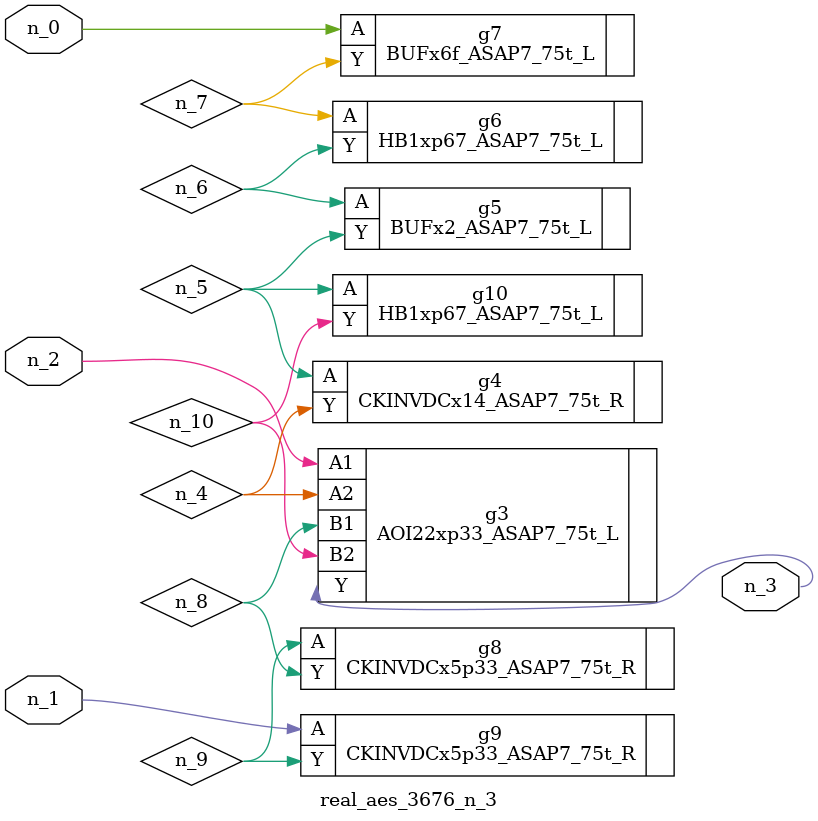
<source format=v>
module real_aes_3676_n_3 (n_0, n_2, n_1, n_3);
input n_0;
input n_2;
input n_1;
output n_3;
wire n_4;
wire n_5;
wire n_7;
wire n_8;
wire n_6;
wire n_9;
wire n_10;
BUFx6f_ASAP7_75t_L g7 ( .A(n_0), .Y(n_7) );
CKINVDCx5p33_ASAP7_75t_R g9 ( .A(n_1), .Y(n_9) );
AOI22xp33_ASAP7_75t_L g3 ( .A1(n_2), .A2(n_4), .B1(n_8), .B2(n_10), .Y(n_3) );
CKINVDCx14_ASAP7_75t_R g4 ( .A(n_5), .Y(n_4) );
HB1xp67_ASAP7_75t_L g10 ( .A(n_5), .Y(n_10) );
BUFx2_ASAP7_75t_L g5 ( .A(n_6), .Y(n_5) );
HB1xp67_ASAP7_75t_L g6 ( .A(n_7), .Y(n_6) );
CKINVDCx5p33_ASAP7_75t_R g8 ( .A(n_9), .Y(n_8) );
endmodule
</source>
